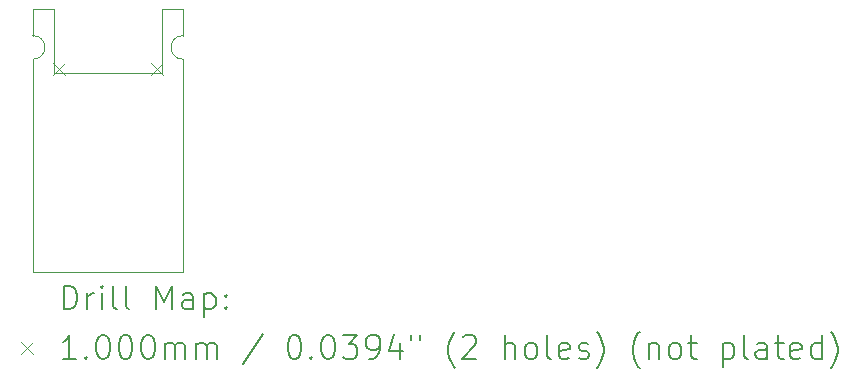
<source format=gbr>
%TF.GenerationSoftware,KiCad,Pcbnew,8.0.4-8.0.4-0~ubuntu24.04.1*%
%TF.CreationDate,2024-08-16T16:11:13+02:00*%
%TF.ProjectId,epi_ESP32 (2023_01_16 13_30_41 UTC),6570695f-4553-4503-9332-202832303233,1_1*%
%TF.SameCoordinates,Original*%
%TF.FileFunction,Drillmap*%
%TF.FilePolarity,Positive*%
%FSLAX45Y45*%
G04 Gerber Fmt 4.5, Leading zero omitted, Abs format (unit mm)*
G04 Created by KiCad (PCBNEW 8.0.4-8.0.4-0~ubuntu24.04.1) date 2024-08-16 16:11:13*
%MOMM*%
%LPD*%
G01*
G04 APERTURE LIST*
%ADD10C,0.010000*%
%ADD11C,0.200000*%
%ADD12C,0.100000*%
G04 APERTURE END LIST*
D10*
X9789000Y-4991850D02*
X9789000Y-5215000D01*
X9789504Y-7220000D02*
X11060000Y-7220000D01*
X9967277Y-5531525D02*
X9966835Y-4991525D01*
X10879946Y-5531850D02*
X9967277Y-5531525D01*
X11059000Y-5415000D02*
G75*
G02*
X11059000Y-5215000I0J100000D01*
G01*
X9789000Y-5215000D02*
G75*
G02*
X9789000Y-5415000I0J-100000D01*
G01*
X10879504Y-4991850D02*
X11059000Y-4991850D01*
X11059000Y-5215000D02*
X11059000Y-4991850D01*
X9789000Y-4991850D02*
X9966835Y-4991525D01*
X10879946Y-5531850D02*
X10879504Y-4991850D01*
X11060000Y-7220000D02*
X11059000Y-5415000D01*
X9789000Y-5415000D02*
X9789504Y-7220000D01*
D11*
D12*
X9958000Y-5450000D02*
X10058000Y-5550000D01*
X10058000Y-5450000D02*
X9958000Y-5550000D01*
X10790000Y-5450000D02*
X10890000Y-5550000D01*
X10890000Y-5450000D02*
X10790000Y-5550000D01*
D11*
X10049277Y-7531984D02*
X10049277Y-7331984D01*
X10049277Y-7331984D02*
X10096896Y-7331984D01*
X10096896Y-7331984D02*
X10125467Y-7341508D01*
X10125467Y-7341508D02*
X10144515Y-7360555D01*
X10144515Y-7360555D02*
X10154039Y-7379603D01*
X10154039Y-7379603D02*
X10163563Y-7417698D01*
X10163563Y-7417698D02*
X10163563Y-7446269D01*
X10163563Y-7446269D02*
X10154039Y-7484365D01*
X10154039Y-7484365D02*
X10144515Y-7503412D01*
X10144515Y-7503412D02*
X10125467Y-7522460D01*
X10125467Y-7522460D02*
X10096896Y-7531984D01*
X10096896Y-7531984D02*
X10049277Y-7531984D01*
X10249277Y-7531984D02*
X10249277Y-7398650D01*
X10249277Y-7436746D02*
X10258801Y-7417698D01*
X10258801Y-7417698D02*
X10268324Y-7408174D01*
X10268324Y-7408174D02*
X10287372Y-7398650D01*
X10287372Y-7398650D02*
X10306420Y-7398650D01*
X10373086Y-7531984D02*
X10373086Y-7398650D01*
X10373086Y-7331984D02*
X10363563Y-7341508D01*
X10363563Y-7341508D02*
X10373086Y-7351031D01*
X10373086Y-7351031D02*
X10382610Y-7341508D01*
X10382610Y-7341508D02*
X10373086Y-7331984D01*
X10373086Y-7331984D02*
X10373086Y-7351031D01*
X10496896Y-7531984D02*
X10477848Y-7522460D01*
X10477848Y-7522460D02*
X10468324Y-7503412D01*
X10468324Y-7503412D02*
X10468324Y-7331984D01*
X10601658Y-7531984D02*
X10582610Y-7522460D01*
X10582610Y-7522460D02*
X10573086Y-7503412D01*
X10573086Y-7503412D02*
X10573086Y-7331984D01*
X10830229Y-7531984D02*
X10830229Y-7331984D01*
X10830229Y-7331984D02*
X10896896Y-7474841D01*
X10896896Y-7474841D02*
X10963563Y-7331984D01*
X10963563Y-7331984D02*
X10963563Y-7531984D01*
X11144515Y-7531984D02*
X11144515Y-7427222D01*
X11144515Y-7427222D02*
X11134991Y-7408174D01*
X11134991Y-7408174D02*
X11115944Y-7398650D01*
X11115944Y-7398650D02*
X11077848Y-7398650D01*
X11077848Y-7398650D02*
X11058801Y-7408174D01*
X11144515Y-7522460D02*
X11125467Y-7531984D01*
X11125467Y-7531984D02*
X11077848Y-7531984D01*
X11077848Y-7531984D02*
X11058801Y-7522460D01*
X11058801Y-7522460D02*
X11049277Y-7503412D01*
X11049277Y-7503412D02*
X11049277Y-7484365D01*
X11049277Y-7484365D02*
X11058801Y-7465317D01*
X11058801Y-7465317D02*
X11077848Y-7455793D01*
X11077848Y-7455793D02*
X11125467Y-7455793D01*
X11125467Y-7455793D02*
X11144515Y-7446269D01*
X11239753Y-7398650D02*
X11239753Y-7598650D01*
X11239753Y-7408174D02*
X11258801Y-7398650D01*
X11258801Y-7398650D02*
X11296896Y-7398650D01*
X11296896Y-7398650D02*
X11315943Y-7408174D01*
X11315943Y-7408174D02*
X11325467Y-7417698D01*
X11325467Y-7417698D02*
X11334991Y-7436746D01*
X11334991Y-7436746D02*
X11334991Y-7493888D01*
X11334991Y-7493888D02*
X11325467Y-7512936D01*
X11325467Y-7512936D02*
X11315943Y-7522460D01*
X11315943Y-7522460D02*
X11296896Y-7531984D01*
X11296896Y-7531984D02*
X11258801Y-7531984D01*
X11258801Y-7531984D02*
X11239753Y-7522460D01*
X11420705Y-7512936D02*
X11430229Y-7522460D01*
X11430229Y-7522460D02*
X11420705Y-7531984D01*
X11420705Y-7531984D02*
X11411182Y-7522460D01*
X11411182Y-7522460D02*
X11420705Y-7512936D01*
X11420705Y-7512936D02*
X11420705Y-7531984D01*
X11420705Y-7408174D02*
X11430229Y-7417698D01*
X11430229Y-7417698D02*
X11420705Y-7427222D01*
X11420705Y-7427222D02*
X11411182Y-7417698D01*
X11411182Y-7417698D02*
X11420705Y-7408174D01*
X11420705Y-7408174D02*
X11420705Y-7427222D01*
D12*
X9688500Y-7810500D02*
X9788500Y-7910500D01*
X9788500Y-7810500D02*
X9688500Y-7910500D01*
D11*
X10154039Y-7951984D02*
X10039753Y-7951984D01*
X10096896Y-7951984D02*
X10096896Y-7751984D01*
X10096896Y-7751984D02*
X10077848Y-7780555D01*
X10077848Y-7780555D02*
X10058801Y-7799603D01*
X10058801Y-7799603D02*
X10039753Y-7809127D01*
X10239753Y-7932936D02*
X10249277Y-7942460D01*
X10249277Y-7942460D02*
X10239753Y-7951984D01*
X10239753Y-7951984D02*
X10230229Y-7942460D01*
X10230229Y-7942460D02*
X10239753Y-7932936D01*
X10239753Y-7932936D02*
X10239753Y-7951984D01*
X10373086Y-7751984D02*
X10392134Y-7751984D01*
X10392134Y-7751984D02*
X10411182Y-7761508D01*
X10411182Y-7761508D02*
X10420705Y-7771031D01*
X10420705Y-7771031D02*
X10430229Y-7790079D01*
X10430229Y-7790079D02*
X10439753Y-7828174D01*
X10439753Y-7828174D02*
X10439753Y-7875793D01*
X10439753Y-7875793D02*
X10430229Y-7913888D01*
X10430229Y-7913888D02*
X10420705Y-7932936D01*
X10420705Y-7932936D02*
X10411182Y-7942460D01*
X10411182Y-7942460D02*
X10392134Y-7951984D01*
X10392134Y-7951984D02*
X10373086Y-7951984D01*
X10373086Y-7951984D02*
X10354039Y-7942460D01*
X10354039Y-7942460D02*
X10344515Y-7932936D01*
X10344515Y-7932936D02*
X10334991Y-7913888D01*
X10334991Y-7913888D02*
X10325467Y-7875793D01*
X10325467Y-7875793D02*
X10325467Y-7828174D01*
X10325467Y-7828174D02*
X10334991Y-7790079D01*
X10334991Y-7790079D02*
X10344515Y-7771031D01*
X10344515Y-7771031D02*
X10354039Y-7761508D01*
X10354039Y-7761508D02*
X10373086Y-7751984D01*
X10563563Y-7751984D02*
X10582610Y-7751984D01*
X10582610Y-7751984D02*
X10601658Y-7761508D01*
X10601658Y-7761508D02*
X10611182Y-7771031D01*
X10611182Y-7771031D02*
X10620705Y-7790079D01*
X10620705Y-7790079D02*
X10630229Y-7828174D01*
X10630229Y-7828174D02*
X10630229Y-7875793D01*
X10630229Y-7875793D02*
X10620705Y-7913888D01*
X10620705Y-7913888D02*
X10611182Y-7932936D01*
X10611182Y-7932936D02*
X10601658Y-7942460D01*
X10601658Y-7942460D02*
X10582610Y-7951984D01*
X10582610Y-7951984D02*
X10563563Y-7951984D01*
X10563563Y-7951984D02*
X10544515Y-7942460D01*
X10544515Y-7942460D02*
X10534991Y-7932936D01*
X10534991Y-7932936D02*
X10525467Y-7913888D01*
X10525467Y-7913888D02*
X10515944Y-7875793D01*
X10515944Y-7875793D02*
X10515944Y-7828174D01*
X10515944Y-7828174D02*
X10525467Y-7790079D01*
X10525467Y-7790079D02*
X10534991Y-7771031D01*
X10534991Y-7771031D02*
X10544515Y-7761508D01*
X10544515Y-7761508D02*
X10563563Y-7751984D01*
X10754039Y-7751984D02*
X10773086Y-7751984D01*
X10773086Y-7751984D02*
X10792134Y-7761508D01*
X10792134Y-7761508D02*
X10801658Y-7771031D01*
X10801658Y-7771031D02*
X10811182Y-7790079D01*
X10811182Y-7790079D02*
X10820705Y-7828174D01*
X10820705Y-7828174D02*
X10820705Y-7875793D01*
X10820705Y-7875793D02*
X10811182Y-7913888D01*
X10811182Y-7913888D02*
X10801658Y-7932936D01*
X10801658Y-7932936D02*
X10792134Y-7942460D01*
X10792134Y-7942460D02*
X10773086Y-7951984D01*
X10773086Y-7951984D02*
X10754039Y-7951984D01*
X10754039Y-7951984D02*
X10734991Y-7942460D01*
X10734991Y-7942460D02*
X10725467Y-7932936D01*
X10725467Y-7932936D02*
X10715944Y-7913888D01*
X10715944Y-7913888D02*
X10706420Y-7875793D01*
X10706420Y-7875793D02*
X10706420Y-7828174D01*
X10706420Y-7828174D02*
X10715944Y-7790079D01*
X10715944Y-7790079D02*
X10725467Y-7771031D01*
X10725467Y-7771031D02*
X10734991Y-7761508D01*
X10734991Y-7761508D02*
X10754039Y-7751984D01*
X10906420Y-7951984D02*
X10906420Y-7818650D01*
X10906420Y-7837698D02*
X10915944Y-7828174D01*
X10915944Y-7828174D02*
X10934991Y-7818650D01*
X10934991Y-7818650D02*
X10963563Y-7818650D01*
X10963563Y-7818650D02*
X10982610Y-7828174D01*
X10982610Y-7828174D02*
X10992134Y-7847222D01*
X10992134Y-7847222D02*
X10992134Y-7951984D01*
X10992134Y-7847222D02*
X11001658Y-7828174D01*
X11001658Y-7828174D02*
X11020705Y-7818650D01*
X11020705Y-7818650D02*
X11049277Y-7818650D01*
X11049277Y-7818650D02*
X11068325Y-7828174D01*
X11068325Y-7828174D02*
X11077848Y-7847222D01*
X11077848Y-7847222D02*
X11077848Y-7951984D01*
X11173086Y-7951984D02*
X11173086Y-7818650D01*
X11173086Y-7837698D02*
X11182610Y-7828174D01*
X11182610Y-7828174D02*
X11201658Y-7818650D01*
X11201658Y-7818650D02*
X11230229Y-7818650D01*
X11230229Y-7818650D02*
X11249277Y-7828174D01*
X11249277Y-7828174D02*
X11258801Y-7847222D01*
X11258801Y-7847222D02*
X11258801Y-7951984D01*
X11258801Y-7847222D02*
X11268324Y-7828174D01*
X11268324Y-7828174D02*
X11287372Y-7818650D01*
X11287372Y-7818650D02*
X11315943Y-7818650D01*
X11315943Y-7818650D02*
X11334991Y-7828174D01*
X11334991Y-7828174D02*
X11344515Y-7847222D01*
X11344515Y-7847222D02*
X11344515Y-7951984D01*
X11734991Y-7742460D02*
X11563563Y-7999603D01*
X11992134Y-7751984D02*
X12011182Y-7751984D01*
X12011182Y-7751984D02*
X12030229Y-7761508D01*
X12030229Y-7761508D02*
X12039753Y-7771031D01*
X12039753Y-7771031D02*
X12049277Y-7790079D01*
X12049277Y-7790079D02*
X12058801Y-7828174D01*
X12058801Y-7828174D02*
X12058801Y-7875793D01*
X12058801Y-7875793D02*
X12049277Y-7913888D01*
X12049277Y-7913888D02*
X12039753Y-7932936D01*
X12039753Y-7932936D02*
X12030229Y-7942460D01*
X12030229Y-7942460D02*
X12011182Y-7951984D01*
X12011182Y-7951984D02*
X11992134Y-7951984D01*
X11992134Y-7951984D02*
X11973086Y-7942460D01*
X11973086Y-7942460D02*
X11963563Y-7932936D01*
X11963563Y-7932936D02*
X11954039Y-7913888D01*
X11954039Y-7913888D02*
X11944515Y-7875793D01*
X11944515Y-7875793D02*
X11944515Y-7828174D01*
X11944515Y-7828174D02*
X11954039Y-7790079D01*
X11954039Y-7790079D02*
X11963563Y-7771031D01*
X11963563Y-7771031D02*
X11973086Y-7761508D01*
X11973086Y-7761508D02*
X11992134Y-7751984D01*
X12144515Y-7932936D02*
X12154039Y-7942460D01*
X12154039Y-7942460D02*
X12144515Y-7951984D01*
X12144515Y-7951984D02*
X12134991Y-7942460D01*
X12134991Y-7942460D02*
X12144515Y-7932936D01*
X12144515Y-7932936D02*
X12144515Y-7951984D01*
X12277848Y-7751984D02*
X12296896Y-7751984D01*
X12296896Y-7751984D02*
X12315944Y-7761508D01*
X12315944Y-7761508D02*
X12325467Y-7771031D01*
X12325467Y-7771031D02*
X12334991Y-7790079D01*
X12334991Y-7790079D02*
X12344515Y-7828174D01*
X12344515Y-7828174D02*
X12344515Y-7875793D01*
X12344515Y-7875793D02*
X12334991Y-7913888D01*
X12334991Y-7913888D02*
X12325467Y-7932936D01*
X12325467Y-7932936D02*
X12315944Y-7942460D01*
X12315944Y-7942460D02*
X12296896Y-7951984D01*
X12296896Y-7951984D02*
X12277848Y-7951984D01*
X12277848Y-7951984D02*
X12258801Y-7942460D01*
X12258801Y-7942460D02*
X12249277Y-7932936D01*
X12249277Y-7932936D02*
X12239753Y-7913888D01*
X12239753Y-7913888D02*
X12230229Y-7875793D01*
X12230229Y-7875793D02*
X12230229Y-7828174D01*
X12230229Y-7828174D02*
X12239753Y-7790079D01*
X12239753Y-7790079D02*
X12249277Y-7771031D01*
X12249277Y-7771031D02*
X12258801Y-7761508D01*
X12258801Y-7761508D02*
X12277848Y-7751984D01*
X12411182Y-7751984D02*
X12534991Y-7751984D01*
X12534991Y-7751984D02*
X12468325Y-7828174D01*
X12468325Y-7828174D02*
X12496896Y-7828174D01*
X12496896Y-7828174D02*
X12515944Y-7837698D01*
X12515944Y-7837698D02*
X12525467Y-7847222D01*
X12525467Y-7847222D02*
X12534991Y-7866269D01*
X12534991Y-7866269D02*
X12534991Y-7913888D01*
X12534991Y-7913888D02*
X12525467Y-7932936D01*
X12525467Y-7932936D02*
X12515944Y-7942460D01*
X12515944Y-7942460D02*
X12496896Y-7951984D01*
X12496896Y-7951984D02*
X12439753Y-7951984D01*
X12439753Y-7951984D02*
X12420706Y-7942460D01*
X12420706Y-7942460D02*
X12411182Y-7932936D01*
X12630229Y-7951984D02*
X12668325Y-7951984D01*
X12668325Y-7951984D02*
X12687372Y-7942460D01*
X12687372Y-7942460D02*
X12696896Y-7932936D01*
X12696896Y-7932936D02*
X12715944Y-7904365D01*
X12715944Y-7904365D02*
X12725467Y-7866269D01*
X12725467Y-7866269D02*
X12725467Y-7790079D01*
X12725467Y-7790079D02*
X12715944Y-7771031D01*
X12715944Y-7771031D02*
X12706420Y-7761508D01*
X12706420Y-7761508D02*
X12687372Y-7751984D01*
X12687372Y-7751984D02*
X12649277Y-7751984D01*
X12649277Y-7751984D02*
X12630229Y-7761508D01*
X12630229Y-7761508D02*
X12620706Y-7771031D01*
X12620706Y-7771031D02*
X12611182Y-7790079D01*
X12611182Y-7790079D02*
X12611182Y-7837698D01*
X12611182Y-7837698D02*
X12620706Y-7856746D01*
X12620706Y-7856746D02*
X12630229Y-7866269D01*
X12630229Y-7866269D02*
X12649277Y-7875793D01*
X12649277Y-7875793D02*
X12687372Y-7875793D01*
X12687372Y-7875793D02*
X12706420Y-7866269D01*
X12706420Y-7866269D02*
X12715944Y-7856746D01*
X12715944Y-7856746D02*
X12725467Y-7837698D01*
X12896896Y-7818650D02*
X12896896Y-7951984D01*
X12849277Y-7742460D02*
X12801658Y-7885317D01*
X12801658Y-7885317D02*
X12925467Y-7885317D01*
X12992134Y-7751984D02*
X12992134Y-7790079D01*
X13068325Y-7751984D02*
X13068325Y-7790079D01*
X13363563Y-8028174D02*
X13354039Y-8018650D01*
X13354039Y-8018650D02*
X13334991Y-7990079D01*
X13334991Y-7990079D02*
X13325468Y-7971031D01*
X13325468Y-7971031D02*
X13315944Y-7942460D01*
X13315944Y-7942460D02*
X13306420Y-7894841D01*
X13306420Y-7894841D02*
X13306420Y-7856746D01*
X13306420Y-7856746D02*
X13315944Y-7809127D01*
X13315944Y-7809127D02*
X13325468Y-7780555D01*
X13325468Y-7780555D02*
X13334991Y-7761508D01*
X13334991Y-7761508D02*
X13354039Y-7732936D01*
X13354039Y-7732936D02*
X13363563Y-7723412D01*
X13430229Y-7771031D02*
X13439753Y-7761508D01*
X13439753Y-7761508D02*
X13458801Y-7751984D01*
X13458801Y-7751984D02*
X13506420Y-7751984D01*
X13506420Y-7751984D02*
X13525468Y-7761508D01*
X13525468Y-7761508D02*
X13534991Y-7771031D01*
X13534991Y-7771031D02*
X13544515Y-7790079D01*
X13544515Y-7790079D02*
X13544515Y-7809127D01*
X13544515Y-7809127D02*
X13534991Y-7837698D01*
X13534991Y-7837698D02*
X13420706Y-7951984D01*
X13420706Y-7951984D02*
X13544515Y-7951984D01*
X13782610Y-7951984D02*
X13782610Y-7751984D01*
X13868325Y-7951984D02*
X13868325Y-7847222D01*
X13868325Y-7847222D02*
X13858801Y-7828174D01*
X13858801Y-7828174D02*
X13839753Y-7818650D01*
X13839753Y-7818650D02*
X13811182Y-7818650D01*
X13811182Y-7818650D02*
X13792134Y-7828174D01*
X13792134Y-7828174D02*
X13782610Y-7837698D01*
X13992134Y-7951984D02*
X13973087Y-7942460D01*
X13973087Y-7942460D02*
X13963563Y-7932936D01*
X13963563Y-7932936D02*
X13954039Y-7913888D01*
X13954039Y-7913888D02*
X13954039Y-7856746D01*
X13954039Y-7856746D02*
X13963563Y-7837698D01*
X13963563Y-7837698D02*
X13973087Y-7828174D01*
X13973087Y-7828174D02*
X13992134Y-7818650D01*
X13992134Y-7818650D02*
X14020706Y-7818650D01*
X14020706Y-7818650D02*
X14039753Y-7828174D01*
X14039753Y-7828174D02*
X14049277Y-7837698D01*
X14049277Y-7837698D02*
X14058801Y-7856746D01*
X14058801Y-7856746D02*
X14058801Y-7913888D01*
X14058801Y-7913888D02*
X14049277Y-7932936D01*
X14049277Y-7932936D02*
X14039753Y-7942460D01*
X14039753Y-7942460D02*
X14020706Y-7951984D01*
X14020706Y-7951984D02*
X13992134Y-7951984D01*
X14173087Y-7951984D02*
X14154039Y-7942460D01*
X14154039Y-7942460D02*
X14144515Y-7923412D01*
X14144515Y-7923412D02*
X14144515Y-7751984D01*
X14325468Y-7942460D02*
X14306420Y-7951984D01*
X14306420Y-7951984D02*
X14268325Y-7951984D01*
X14268325Y-7951984D02*
X14249277Y-7942460D01*
X14249277Y-7942460D02*
X14239753Y-7923412D01*
X14239753Y-7923412D02*
X14239753Y-7847222D01*
X14239753Y-7847222D02*
X14249277Y-7828174D01*
X14249277Y-7828174D02*
X14268325Y-7818650D01*
X14268325Y-7818650D02*
X14306420Y-7818650D01*
X14306420Y-7818650D02*
X14325468Y-7828174D01*
X14325468Y-7828174D02*
X14334991Y-7847222D01*
X14334991Y-7847222D02*
X14334991Y-7866269D01*
X14334991Y-7866269D02*
X14239753Y-7885317D01*
X14411182Y-7942460D02*
X14430230Y-7951984D01*
X14430230Y-7951984D02*
X14468325Y-7951984D01*
X14468325Y-7951984D02*
X14487372Y-7942460D01*
X14487372Y-7942460D02*
X14496896Y-7923412D01*
X14496896Y-7923412D02*
X14496896Y-7913888D01*
X14496896Y-7913888D02*
X14487372Y-7894841D01*
X14487372Y-7894841D02*
X14468325Y-7885317D01*
X14468325Y-7885317D02*
X14439753Y-7885317D01*
X14439753Y-7885317D02*
X14420706Y-7875793D01*
X14420706Y-7875793D02*
X14411182Y-7856746D01*
X14411182Y-7856746D02*
X14411182Y-7847222D01*
X14411182Y-7847222D02*
X14420706Y-7828174D01*
X14420706Y-7828174D02*
X14439753Y-7818650D01*
X14439753Y-7818650D02*
X14468325Y-7818650D01*
X14468325Y-7818650D02*
X14487372Y-7828174D01*
X14563563Y-8028174D02*
X14573087Y-8018650D01*
X14573087Y-8018650D02*
X14592134Y-7990079D01*
X14592134Y-7990079D02*
X14601658Y-7971031D01*
X14601658Y-7971031D02*
X14611182Y-7942460D01*
X14611182Y-7942460D02*
X14620706Y-7894841D01*
X14620706Y-7894841D02*
X14620706Y-7856746D01*
X14620706Y-7856746D02*
X14611182Y-7809127D01*
X14611182Y-7809127D02*
X14601658Y-7780555D01*
X14601658Y-7780555D02*
X14592134Y-7761508D01*
X14592134Y-7761508D02*
X14573087Y-7732936D01*
X14573087Y-7732936D02*
X14563563Y-7723412D01*
X14925468Y-8028174D02*
X14915944Y-8018650D01*
X14915944Y-8018650D02*
X14896896Y-7990079D01*
X14896896Y-7990079D02*
X14887372Y-7971031D01*
X14887372Y-7971031D02*
X14877849Y-7942460D01*
X14877849Y-7942460D02*
X14868325Y-7894841D01*
X14868325Y-7894841D02*
X14868325Y-7856746D01*
X14868325Y-7856746D02*
X14877849Y-7809127D01*
X14877849Y-7809127D02*
X14887372Y-7780555D01*
X14887372Y-7780555D02*
X14896896Y-7761508D01*
X14896896Y-7761508D02*
X14915944Y-7732936D01*
X14915944Y-7732936D02*
X14925468Y-7723412D01*
X15001658Y-7818650D02*
X15001658Y-7951984D01*
X15001658Y-7837698D02*
X15011182Y-7828174D01*
X15011182Y-7828174D02*
X15030230Y-7818650D01*
X15030230Y-7818650D02*
X15058801Y-7818650D01*
X15058801Y-7818650D02*
X15077849Y-7828174D01*
X15077849Y-7828174D02*
X15087372Y-7847222D01*
X15087372Y-7847222D02*
X15087372Y-7951984D01*
X15211182Y-7951984D02*
X15192134Y-7942460D01*
X15192134Y-7942460D02*
X15182611Y-7932936D01*
X15182611Y-7932936D02*
X15173087Y-7913888D01*
X15173087Y-7913888D02*
X15173087Y-7856746D01*
X15173087Y-7856746D02*
X15182611Y-7837698D01*
X15182611Y-7837698D02*
X15192134Y-7828174D01*
X15192134Y-7828174D02*
X15211182Y-7818650D01*
X15211182Y-7818650D02*
X15239753Y-7818650D01*
X15239753Y-7818650D02*
X15258801Y-7828174D01*
X15258801Y-7828174D02*
X15268325Y-7837698D01*
X15268325Y-7837698D02*
X15277849Y-7856746D01*
X15277849Y-7856746D02*
X15277849Y-7913888D01*
X15277849Y-7913888D02*
X15268325Y-7932936D01*
X15268325Y-7932936D02*
X15258801Y-7942460D01*
X15258801Y-7942460D02*
X15239753Y-7951984D01*
X15239753Y-7951984D02*
X15211182Y-7951984D01*
X15334992Y-7818650D02*
X15411182Y-7818650D01*
X15363563Y-7751984D02*
X15363563Y-7923412D01*
X15363563Y-7923412D02*
X15373087Y-7942460D01*
X15373087Y-7942460D02*
X15392134Y-7951984D01*
X15392134Y-7951984D02*
X15411182Y-7951984D01*
X15630230Y-7818650D02*
X15630230Y-8018650D01*
X15630230Y-7828174D02*
X15649277Y-7818650D01*
X15649277Y-7818650D02*
X15687373Y-7818650D01*
X15687373Y-7818650D02*
X15706420Y-7828174D01*
X15706420Y-7828174D02*
X15715944Y-7837698D01*
X15715944Y-7837698D02*
X15725468Y-7856746D01*
X15725468Y-7856746D02*
X15725468Y-7913888D01*
X15725468Y-7913888D02*
X15715944Y-7932936D01*
X15715944Y-7932936D02*
X15706420Y-7942460D01*
X15706420Y-7942460D02*
X15687373Y-7951984D01*
X15687373Y-7951984D02*
X15649277Y-7951984D01*
X15649277Y-7951984D02*
X15630230Y-7942460D01*
X15839753Y-7951984D02*
X15820706Y-7942460D01*
X15820706Y-7942460D02*
X15811182Y-7923412D01*
X15811182Y-7923412D02*
X15811182Y-7751984D01*
X16001658Y-7951984D02*
X16001658Y-7847222D01*
X16001658Y-7847222D02*
X15992134Y-7828174D01*
X15992134Y-7828174D02*
X15973087Y-7818650D01*
X15973087Y-7818650D02*
X15934992Y-7818650D01*
X15934992Y-7818650D02*
X15915944Y-7828174D01*
X16001658Y-7942460D02*
X15982611Y-7951984D01*
X15982611Y-7951984D02*
X15934992Y-7951984D01*
X15934992Y-7951984D02*
X15915944Y-7942460D01*
X15915944Y-7942460D02*
X15906420Y-7923412D01*
X15906420Y-7923412D02*
X15906420Y-7904365D01*
X15906420Y-7904365D02*
X15915944Y-7885317D01*
X15915944Y-7885317D02*
X15934992Y-7875793D01*
X15934992Y-7875793D02*
X15982611Y-7875793D01*
X15982611Y-7875793D02*
X16001658Y-7866269D01*
X16068325Y-7818650D02*
X16144515Y-7818650D01*
X16096896Y-7751984D02*
X16096896Y-7923412D01*
X16096896Y-7923412D02*
X16106420Y-7942460D01*
X16106420Y-7942460D02*
X16125468Y-7951984D01*
X16125468Y-7951984D02*
X16144515Y-7951984D01*
X16287373Y-7942460D02*
X16268325Y-7951984D01*
X16268325Y-7951984D02*
X16230230Y-7951984D01*
X16230230Y-7951984D02*
X16211182Y-7942460D01*
X16211182Y-7942460D02*
X16201658Y-7923412D01*
X16201658Y-7923412D02*
X16201658Y-7847222D01*
X16201658Y-7847222D02*
X16211182Y-7828174D01*
X16211182Y-7828174D02*
X16230230Y-7818650D01*
X16230230Y-7818650D02*
X16268325Y-7818650D01*
X16268325Y-7818650D02*
X16287373Y-7828174D01*
X16287373Y-7828174D02*
X16296896Y-7847222D01*
X16296896Y-7847222D02*
X16296896Y-7866269D01*
X16296896Y-7866269D02*
X16201658Y-7885317D01*
X16468325Y-7951984D02*
X16468325Y-7751984D01*
X16468325Y-7942460D02*
X16449277Y-7951984D01*
X16449277Y-7951984D02*
X16411182Y-7951984D01*
X16411182Y-7951984D02*
X16392134Y-7942460D01*
X16392134Y-7942460D02*
X16382611Y-7932936D01*
X16382611Y-7932936D02*
X16373087Y-7913888D01*
X16373087Y-7913888D02*
X16373087Y-7856746D01*
X16373087Y-7856746D02*
X16382611Y-7837698D01*
X16382611Y-7837698D02*
X16392134Y-7828174D01*
X16392134Y-7828174D02*
X16411182Y-7818650D01*
X16411182Y-7818650D02*
X16449277Y-7818650D01*
X16449277Y-7818650D02*
X16468325Y-7828174D01*
X16544515Y-8028174D02*
X16554039Y-8018650D01*
X16554039Y-8018650D02*
X16573087Y-7990079D01*
X16573087Y-7990079D02*
X16582611Y-7971031D01*
X16582611Y-7971031D02*
X16592134Y-7942460D01*
X16592134Y-7942460D02*
X16601658Y-7894841D01*
X16601658Y-7894841D02*
X16601658Y-7856746D01*
X16601658Y-7856746D02*
X16592134Y-7809127D01*
X16592134Y-7809127D02*
X16582611Y-7780555D01*
X16582611Y-7780555D02*
X16573087Y-7761508D01*
X16573087Y-7761508D02*
X16554039Y-7732936D01*
X16554039Y-7732936D02*
X16544515Y-7723412D01*
M02*

</source>
